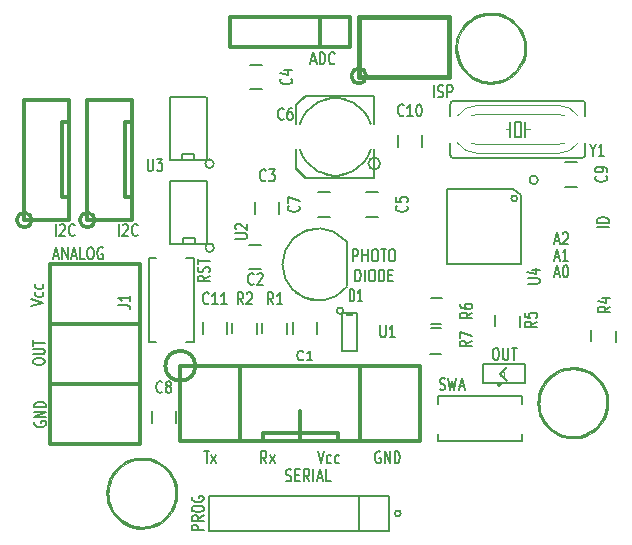
<source format=gbr>
%TF.GenerationSoftware,KiCad,Pcbnew,(5.1.12)-1*%
%TF.CreationDate,2022-01-04T15:18:07+00:00*%
%TF.ProjectId,SolarSensorATMEGA328_PCB,536f6c61-7253-4656-9e73-6f7241544d45,rev?*%
%TF.SameCoordinates,PX5734380PY7df6180*%
%TF.FileFunction,Legend,Top*%
%TF.FilePolarity,Positive*%
%FSLAX46Y46*%
G04 Gerber Fmt 4.6, Leading zero omitted, Abs format (unit mm)*
G04 Created by KiCad (PCBNEW (5.1.12)-1) date 2022-01-04 15:18:07*
%MOMM*%
%LPD*%
G01*
G04 APERTURE LIST*
%ADD10C,0.200000*%
%ADD11C,0.150000*%
%ADD12C,0.010000*%
%ADD13C,0.066040*%
%ADD14C,0.300000*%
%ADD15C,0.381000*%
%ADD16C,0.152400*%
%ADD17C,0.050800*%
%ADD18C,0.127000*%
%ADD19C,0.304800*%
%ADD20C,0.175000*%
G04 APERTURE END LIST*
D10*
X17354619Y8675620D02*
X17811761Y8675620D01*
X17583190Y7675620D02*
X17583190Y8675620D01*
X18002238Y7675620D02*
X18421285Y8342286D01*
X18002238Y8342286D02*
X18421285Y7675620D01*
D11*
X47053571Y26503334D02*
X47434523Y26503334D01*
X46977380Y26217620D02*
X47244047Y27217620D01*
X47510714Y26217620D01*
X47739285Y27122381D02*
X47777380Y27170000D01*
X47853571Y27217620D01*
X48044047Y27217620D01*
X48120238Y27170000D01*
X48158333Y27122381D01*
X48196428Y27027143D01*
X48196428Y26931905D01*
X48158333Y26789048D01*
X47701190Y26217620D01*
X48196428Y26217620D01*
X47053571Y25106334D02*
X47434523Y25106334D01*
X46977380Y24820620D02*
X47244047Y25820620D01*
X47510714Y24820620D01*
X48196428Y24820620D02*
X47739285Y24820620D01*
X47967857Y24820620D02*
X47967857Y25820620D01*
X47891666Y25677762D01*
X47815476Y25582524D01*
X47739285Y25534905D01*
X47053571Y23709334D02*
X47434523Y23709334D01*
X46977380Y23423620D02*
X47244047Y24423620D01*
X47510714Y23423620D01*
X47929761Y24423620D02*
X48005952Y24423620D01*
X48082142Y24376000D01*
X48120238Y24328381D01*
X48158333Y24233143D01*
X48196428Y24042667D01*
X48196428Y23804572D01*
X48158333Y23614096D01*
X48120238Y23518858D01*
X48082142Y23471239D01*
X48005952Y23423620D01*
X47929761Y23423620D01*
X47853571Y23471239D01*
X47815476Y23518858D01*
X47777380Y23614096D01*
X47739285Y23804572D01*
X47739285Y24042667D01*
X47777380Y24233143D01*
X47815476Y24328381D01*
X47853571Y24376000D01*
X47929761Y24423620D01*
D10*
X32283476Y8628000D02*
X32207285Y8675620D01*
X32093000Y8675620D01*
X31978714Y8628000D01*
X31902523Y8532762D01*
X31864428Y8437524D01*
X31826333Y8247048D01*
X31826333Y8104191D01*
X31864428Y7913715D01*
X31902523Y7818477D01*
X31978714Y7723239D01*
X32093000Y7675620D01*
X32169190Y7675620D01*
X32283476Y7723239D01*
X32321571Y7770858D01*
X32321571Y8104191D01*
X32169190Y8104191D01*
X32664428Y7675620D02*
X32664428Y8675620D01*
X33121571Y7675620D01*
X33121571Y8675620D01*
X33502523Y7675620D02*
X33502523Y8675620D01*
X33693000Y8675620D01*
X33807285Y8628000D01*
X33883476Y8532762D01*
X33921571Y8437524D01*
X33959666Y8247048D01*
X33959666Y8104191D01*
X33921571Y7913715D01*
X33883476Y7818477D01*
X33807285Y7723239D01*
X33693000Y7675620D01*
X33502523Y7675620D01*
X26987619Y8675620D02*
X27254285Y7675620D01*
X27520952Y8675620D01*
X28130476Y7723239D02*
X28054285Y7675620D01*
X27901904Y7675620D01*
X27825714Y7723239D01*
X27787619Y7770858D01*
X27749523Y7866096D01*
X27749523Y8151810D01*
X27787619Y8247048D01*
X27825714Y8294667D01*
X27901904Y8342286D01*
X28054285Y8342286D01*
X28130476Y8294667D01*
X28816190Y7723239D02*
X28740000Y7675620D01*
X28587619Y7675620D01*
X28511428Y7723239D01*
X28473333Y7770858D01*
X28435238Y7866096D01*
X28435238Y8151810D01*
X28473333Y8247048D01*
X28511428Y8294667D01*
X28587619Y8342286D01*
X28740000Y8342286D01*
X28816190Y8294667D01*
X22656809Y7675620D02*
X22390142Y8151810D01*
X22199666Y7675620D02*
X22199666Y8675620D01*
X22504428Y8675620D01*
X22580619Y8628000D01*
X22618714Y8580381D01*
X22656809Y8485143D01*
X22656809Y8342286D01*
X22618714Y8247048D01*
X22580619Y8199429D01*
X22504428Y8151810D01*
X22199666Y8151810D01*
X22923476Y7675620D02*
X23342523Y8342286D01*
X22923476Y8342286D02*
X23342523Y7675620D01*
X29978571Y24781620D02*
X29978571Y25781620D01*
X30283333Y25781620D01*
X30359523Y25734000D01*
X30397619Y25686381D01*
X30435714Y25591143D01*
X30435714Y25448286D01*
X30397619Y25353048D01*
X30359523Y25305429D01*
X30283333Y25257810D01*
X29978571Y25257810D01*
X30778571Y24781620D02*
X30778571Y25781620D01*
X30778571Y25305429D02*
X31235714Y25305429D01*
X31235714Y24781620D02*
X31235714Y25781620D01*
X31769047Y25781620D02*
X31921428Y25781620D01*
X31997619Y25734000D01*
X32073809Y25638762D01*
X32111904Y25448286D01*
X32111904Y25114953D01*
X32073809Y24924477D01*
X31997619Y24829239D01*
X31921428Y24781620D01*
X31769047Y24781620D01*
X31692857Y24829239D01*
X31616666Y24924477D01*
X31578571Y25114953D01*
X31578571Y25448286D01*
X31616666Y25638762D01*
X31692857Y25734000D01*
X31769047Y25781620D01*
X32340476Y25781620D02*
X32797619Y25781620D01*
X32569047Y24781620D02*
X32569047Y25781620D01*
X33216666Y25781620D02*
X33369047Y25781620D01*
X33445238Y25734000D01*
X33521428Y25638762D01*
X33559523Y25448286D01*
X33559523Y25114953D01*
X33521428Y24924477D01*
X33445238Y24829239D01*
X33369047Y24781620D01*
X33216666Y24781620D01*
X33140476Y24829239D01*
X33064285Y24924477D01*
X33026190Y25114953D01*
X33026190Y25448286D01*
X33064285Y25638762D01*
X33140476Y25734000D01*
X33216666Y25781620D01*
X30169047Y23081620D02*
X30169047Y24081620D01*
X30359523Y24081620D01*
X30473809Y24034000D01*
X30550000Y23938762D01*
X30588095Y23843524D01*
X30626190Y23653048D01*
X30626190Y23510191D01*
X30588095Y23319715D01*
X30550000Y23224477D01*
X30473809Y23129239D01*
X30359523Y23081620D01*
X30169047Y23081620D01*
X30969047Y23081620D02*
X30969047Y24081620D01*
X31502380Y24081620D02*
X31654761Y24081620D01*
X31730952Y24034000D01*
X31807142Y23938762D01*
X31845238Y23748286D01*
X31845238Y23414953D01*
X31807142Y23224477D01*
X31730952Y23129239D01*
X31654761Y23081620D01*
X31502380Y23081620D01*
X31426190Y23129239D01*
X31350000Y23224477D01*
X31311904Y23414953D01*
X31311904Y23748286D01*
X31350000Y23938762D01*
X31426190Y24034000D01*
X31502380Y24081620D01*
X32188095Y23081620D02*
X32188095Y24081620D01*
X32378571Y24081620D01*
X32492857Y24034000D01*
X32569047Y23938762D01*
X32607142Y23843524D01*
X32645238Y23653048D01*
X32645238Y23510191D01*
X32607142Y23319715D01*
X32569047Y23224477D01*
X32492857Y23129239D01*
X32378571Y23081620D01*
X32188095Y23081620D01*
X32988095Y23605429D02*
X33254761Y23605429D01*
X33369047Y23081620D02*
X32988095Y23081620D01*
X32988095Y24081620D01*
X33369047Y24081620D01*
D12*
%TO.C,P6*%
G36*
X12304742Y8137668D02*
G01*
X12469510Y8129009D01*
X12611356Y8114848D01*
X12697348Y8100363D01*
X13042751Y8008403D01*
X13360269Y7886575D01*
X13654116Y7732611D01*
X13928510Y7544239D01*
X14187666Y7319190D01*
X14235431Y7272197D01*
X14477323Y7001649D01*
X14680778Y6713420D01*
X14846023Y6407072D01*
X14973284Y6082168D01*
X15062787Y5738270D01*
X15081848Y5634109D01*
X15102137Y5462512D01*
X15111673Y5266460D01*
X15110878Y5058531D01*
X15100172Y4851304D01*
X15079977Y4657355D01*
X15050712Y4489264D01*
X15042364Y4454079D01*
X14933926Y4106979D01*
X14790488Y3781208D01*
X14614097Y3478756D01*
X14406802Y3201616D01*
X14170651Y2951781D01*
X13907694Y2731242D01*
X13619978Y2541992D01*
X13309551Y2386022D01*
X12978463Y2265326D01*
X12725378Y2200737D01*
X12626123Y2184329D01*
X12498584Y2169901D01*
X12353746Y2158037D01*
X12202595Y2149320D01*
X12056115Y2144334D01*
X11925291Y2143663D01*
X11821108Y2147890D01*
X11789833Y2151022D01*
X11427767Y2216668D01*
X11086191Y2319319D01*
X10764587Y2459227D01*
X10462438Y2636644D01*
X10179229Y2851821D01*
X9990426Y3026593D01*
X9753158Y3289644D01*
X9554527Y3566787D01*
X9392479Y3861814D01*
X9264962Y4178518D01*
X9169923Y4520690D01*
X9161919Y4557429D01*
X9136879Y4713384D01*
X9120492Y4896732D01*
X9112881Y5094462D01*
X9113199Y5143500D01*
X9285158Y5143500D01*
X9304831Y4793581D01*
X9364051Y4458746D01*
X9462708Y4139274D01*
X9600692Y3835440D01*
X9777892Y3547520D01*
X9994197Y3275791D01*
X10063013Y3201327D01*
X10321238Y2959780D01*
X10599270Y2755641D01*
X10896900Y2589017D01*
X11213916Y2460017D01*
X11550106Y2368748D01*
X11772978Y2330490D01*
X11911998Y2318883D01*
X12078274Y2316306D01*
X12257842Y2322146D01*
X12436741Y2335789D01*
X12601004Y2356621D01*
X12676627Y2370218D01*
X13009641Y2459002D01*
X13324177Y2584740D01*
X13618006Y2745294D01*
X13888898Y2938527D01*
X14134622Y3162299D01*
X14352949Y3414475D01*
X14541648Y3692916D01*
X14698489Y3995484D01*
X14821243Y4320041D01*
X14863080Y4466167D01*
X14908324Y4691081D01*
X14935423Y4938616D01*
X14943666Y5192818D01*
X14932341Y5437729D01*
X14913242Y5589947D01*
X14837144Y5925043D01*
X14722601Y6245470D01*
X14571853Y6548258D01*
X14387141Y6830435D01*
X14170705Y7089031D01*
X13924784Y7321075D01*
X13651618Y7523597D01*
X13353449Y7693626D01*
X13311720Y7713778D01*
X13008832Y7836603D01*
X12700384Y7920195D01*
X12380816Y7965674D01*
X12044569Y7974160D01*
X12022666Y7973480D01*
X11740637Y7953225D01*
X11483251Y7910689D01*
X11237306Y7842557D01*
X10989599Y7745517D01*
X10847916Y7678667D01*
X10575184Y7522392D01*
X10317903Y7334132D01*
X10083322Y7120187D01*
X9878689Y6886856D01*
X9780273Y6750664D01*
X9604377Y6458348D01*
X9468761Y6165523D01*
X9371685Y5866538D01*
X9311407Y5555745D01*
X9286189Y5227494D01*
X9285158Y5143500D01*
X9113199Y5143500D01*
X9114174Y5293567D01*
X9124494Y5481035D01*
X9143967Y5643858D01*
X9151075Y5683250D01*
X9232395Y6014223D01*
X9341315Y6318376D01*
X9480911Y6603394D01*
X9592798Y6786967D01*
X9809161Y7078268D01*
X10053014Y7337667D01*
X10322964Y7564217D01*
X10617621Y7756966D01*
X10935593Y7914965D01*
X11275489Y8037266D01*
X11515523Y8098923D01*
X11632708Y8117567D01*
X11781035Y8130777D01*
X11949692Y8138540D01*
X12127865Y8140841D01*
X12304742Y8137668D01*
G37*
X12304742Y8137668D02*
X12469510Y8129009D01*
X12611356Y8114848D01*
X12697348Y8100363D01*
X13042751Y8008403D01*
X13360269Y7886575D01*
X13654116Y7732611D01*
X13928510Y7544239D01*
X14187666Y7319190D01*
X14235431Y7272197D01*
X14477323Y7001649D01*
X14680778Y6713420D01*
X14846023Y6407072D01*
X14973284Y6082168D01*
X15062787Y5738270D01*
X15081848Y5634109D01*
X15102137Y5462512D01*
X15111673Y5266460D01*
X15110878Y5058531D01*
X15100172Y4851304D01*
X15079977Y4657355D01*
X15050712Y4489264D01*
X15042364Y4454079D01*
X14933926Y4106979D01*
X14790488Y3781208D01*
X14614097Y3478756D01*
X14406802Y3201616D01*
X14170651Y2951781D01*
X13907694Y2731242D01*
X13619978Y2541992D01*
X13309551Y2386022D01*
X12978463Y2265326D01*
X12725378Y2200737D01*
X12626123Y2184329D01*
X12498584Y2169901D01*
X12353746Y2158037D01*
X12202595Y2149320D01*
X12056115Y2144334D01*
X11925291Y2143663D01*
X11821108Y2147890D01*
X11789833Y2151022D01*
X11427767Y2216668D01*
X11086191Y2319319D01*
X10764587Y2459227D01*
X10462438Y2636644D01*
X10179229Y2851821D01*
X9990426Y3026593D01*
X9753158Y3289644D01*
X9554527Y3566787D01*
X9392479Y3861814D01*
X9264962Y4178518D01*
X9169923Y4520690D01*
X9161919Y4557429D01*
X9136879Y4713384D01*
X9120492Y4896732D01*
X9112881Y5094462D01*
X9113199Y5143500D01*
X9285158Y5143500D01*
X9304831Y4793581D01*
X9364051Y4458746D01*
X9462708Y4139274D01*
X9600692Y3835440D01*
X9777892Y3547520D01*
X9994197Y3275791D01*
X10063013Y3201327D01*
X10321238Y2959780D01*
X10599270Y2755641D01*
X10896900Y2589017D01*
X11213916Y2460017D01*
X11550106Y2368748D01*
X11772978Y2330490D01*
X11911998Y2318883D01*
X12078274Y2316306D01*
X12257842Y2322146D01*
X12436741Y2335789D01*
X12601004Y2356621D01*
X12676627Y2370218D01*
X13009641Y2459002D01*
X13324177Y2584740D01*
X13618006Y2745294D01*
X13888898Y2938527D01*
X14134622Y3162299D01*
X14352949Y3414475D01*
X14541648Y3692916D01*
X14698489Y3995484D01*
X14821243Y4320041D01*
X14863080Y4466167D01*
X14908324Y4691081D01*
X14935423Y4938616D01*
X14943666Y5192818D01*
X14932341Y5437729D01*
X14913242Y5589947D01*
X14837144Y5925043D01*
X14722601Y6245470D01*
X14571853Y6548258D01*
X14387141Y6830435D01*
X14170705Y7089031D01*
X13924784Y7321075D01*
X13651618Y7523597D01*
X13353449Y7693626D01*
X13311720Y7713778D01*
X13008832Y7836603D01*
X12700384Y7920195D01*
X12380816Y7965674D01*
X12044569Y7974160D01*
X12022666Y7973480D01*
X11740637Y7953225D01*
X11483251Y7910689D01*
X11237306Y7842557D01*
X10989599Y7745517D01*
X10847916Y7678667D01*
X10575184Y7522392D01*
X10317903Y7334132D01*
X10083322Y7120187D01*
X9878689Y6886856D01*
X9780273Y6750664D01*
X9604377Y6458348D01*
X9468761Y6165523D01*
X9371685Y5866538D01*
X9311407Y5555745D01*
X9286189Y5227494D01*
X9285158Y5143500D01*
X9113199Y5143500D01*
X9114174Y5293567D01*
X9124494Y5481035D01*
X9143967Y5643858D01*
X9151075Y5683250D01*
X9232395Y6014223D01*
X9341315Y6318376D01*
X9480911Y6603394D01*
X9592798Y6786967D01*
X9809161Y7078268D01*
X10053014Y7337667D01*
X10322964Y7564217D01*
X10617621Y7756966D01*
X10935593Y7914965D01*
X11275489Y8037266D01*
X11515523Y8098923D01*
X11632708Y8117567D01*
X11781035Y8130777D01*
X11949692Y8138540D01*
X12127865Y8140841D01*
X12304742Y8137668D01*
G36*
X48882462Y15789760D02*
G01*
X49214324Y15739618D01*
X49543937Y15650985D01*
X49868441Y15522738D01*
X49997489Y15459411D01*
X50298621Y15279501D01*
X50574254Y15066971D01*
X50822417Y14824397D01*
X51041137Y14554352D01*
X51228441Y14259413D01*
X51382357Y13942154D01*
X51500912Y13605149D01*
X51543818Y13440834D01*
X51567597Y13307259D01*
X51585257Y13143930D01*
X51596448Y12963031D01*
X51600819Y12776744D01*
X51598022Y12597253D01*
X51587705Y12436744D01*
X51575448Y12339915D01*
X51498825Y11987709D01*
X51387956Y11659491D01*
X51241455Y11352559D01*
X51057934Y11064210D01*
X50836005Y10791740D01*
X50717012Y10667375D01*
X50448280Y10426974D01*
X50163703Y10225621D01*
X49861786Y10062537D01*
X49541037Y9936942D01*
X49199961Y9848058D01*
X49115555Y9832214D01*
X48956773Y9810763D01*
X48776446Y9796552D01*
X48590693Y9790170D01*
X48415632Y9792209D01*
X48281166Y9801661D01*
X48099918Y9829275D01*
X47900000Y9872561D01*
X47699932Y9926967D01*
X47518233Y9987940D01*
X47508583Y9991607D01*
X47199847Y10132113D01*
X46908790Y10309042D01*
X46638680Y10519009D01*
X46392785Y10758631D01*
X46174376Y11024523D01*
X45986722Y11313302D01*
X45833090Y11621585D01*
X45764914Y11796429D01*
X45704742Y11981008D01*
X45660737Y12152453D01*
X45630879Y12323362D01*
X45613150Y12506329D01*
X45605533Y12713951D01*
X45604966Y12784667D01*
X45776115Y12784667D01*
X45794348Y12445169D01*
X45848277Y12125623D01*
X45939434Y11820981D01*
X46069351Y11526198D01*
X46239560Y11236225D01*
X46251618Y11218075D01*
X46456764Y10949001D01*
X46693255Y10706526D01*
X46957445Y10493419D01*
X47245686Y10312452D01*
X47554334Y10166395D01*
X47711861Y10108430D01*
X47862212Y10060593D01*
X47994709Y10025117D01*
X48120261Y10000510D01*
X48249778Y9985278D01*
X48394169Y9977929D01*
X48564343Y9976971D01*
X48662166Y9978416D01*
X48812215Y9982076D01*
X48929920Y9987175D01*
X49025271Y9994741D01*
X49108255Y10005803D01*
X49188860Y10021389D01*
X49271694Y10041162D01*
X49605652Y10146674D01*
X49918189Y10287643D01*
X50207367Y10461941D01*
X50471244Y10667439D01*
X50707879Y10902008D01*
X50915331Y11163519D01*
X51091661Y11449846D01*
X51234927Y11758857D01*
X51343190Y12088426D01*
X51406096Y12382249D01*
X51421890Y12521538D01*
X51429584Y12687361D01*
X51429485Y12866230D01*
X51421905Y13044661D01*
X51407151Y13209167D01*
X51385533Y13346264D01*
X51383796Y13354371D01*
X51289349Y13691948D01*
X51159261Y14009903D01*
X50995799Y14306044D01*
X50801227Y14578174D01*
X50577814Y14824101D01*
X50327824Y15041631D01*
X50053524Y15228570D01*
X49757180Y15382724D01*
X49441059Y15501898D01*
X49107426Y15583900D01*
X49074916Y15589674D01*
X48944503Y15606209D01*
X48787996Y15616961D01*
X48619195Y15621765D01*
X48451902Y15620460D01*
X48299916Y15612881D01*
X48185368Y15600210D01*
X47900294Y15538845D01*
X47613275Y15445683D01*
X47335462Y15325397D01*
X47078004Y15182656D01*
X46905333Y15063945D01*
X46649231Y14844679D01*
X46419928Y14597021D01*
X46220927Y14325881D01*
X46055729Y14036172D01*
X45927835Y13732803D01*
X45902885Y13657889D01*
X45848169Y13466666D01*
X45810450Y13287760D01*
X45787531Y13106042D01*
X45777215Y12906379D01*
X45776115Y12784667D01*
X45604966Y12784667D01*
X45604881Y12795250D01*
X45608508Y13012014D01*
X45621799Y13200171D01*
X45646856Y13372766D01*
X45685777Y13542844D01*
X45740663Y13723450D01*
X45766349Y13798138D01*
X45901991Y14122251D01*
X46069723Y14421356D01*
X46266684Y14694329D01*
X46490012Y14940046D01*
X46736845Y15157384D01*
X47004322Y15345220D01*
X47289581Y15502429D01*
X47589762Y15627889D01*
X47902002Y15720475D01*
X48223439Y15779065D01*
X48551213Y15802534D01*
X48882462Y15789760D01*
G37*
X48882462Y15789760D02*
X49214324Y15739618D01*
X49543937Y15650985D01*
X49868441Y15522738D01*
X49997489Y15459411D01*
X50298621Y15279501D01*
X50574254Y15066971D01*
X50822417Y14824397D01*
X51041137Y14554352D01*
X51228441Y14259413D01*
X51382357Y13942154D01*
X51500912Y13605149D01*
X51543818Y13440834D01*
X51567597Y13307259D01*
X51585257Y13143930D01*
X51596448Y12963031D01*
X51600819Y12776744D01*
X51598022Y12597253D01*
X51587705Y12436744D01*
X51575448Y12339915D01*
X51498825Y11987709D01*
X51387956Y11659491D01*
X51241455Y11352559D01*
X51057934Y11064210D01*
X50836005Y10791740D01*
X50717012Y10667375D01*
X50448280Y10426974D01*
X50163703Y10225621D01*
X49861786Y10062537D01*
X49541037Y9936942D01*
X49199961Y9848058D01*
X49115555Y9832214D01*
X48956773Y9810763D01*
X48776446Y9796552D01*
X48590693Y9790170D01*
X48415632Y9792209D01*
X48281166Y9801661D01*
X48099918Y9829275D01*
X47900000Y9872561D01*
X47699932Y9926967D01*
X47518233Y9987940D01*
X47508583Y9991607D01*
X47199847Y10132113D01*
X46908790Y10309042D01*
X46638680Y10519009D01*
X46392785Y10758631D01*
X46174376Y11024523D01*
X45986722Y11313302D01*
X45833090Y11621585D01*
X45764914Y11796429D01*
X45704742Y11981008D01*
X45660737Y12152453D01*
X45630879Y12323362D01*
X45613150Y12506329D01*
X45605533Y12713951D01*
X45604966Y12784667D01*
X45776115Y12784667D01*
X45794348Y12445169D01*
X45848277Y12125623D01*
X45939434Y11820981D01*
X46069351Y11526198D01*
X46239560Y11236225D01*
X46251618Y11218075D01*
X46456764Y10949001D01*
X46693255Y10706526D01*
X46957445Y10493419D01*
X47245686Y10312452D01*
X47554334Y10166395D01*
X47711861Y10108430D01*
X47862212Y10060593D01*
X47994709Y10025117D01*
X48120261Y10000510D01*
X48249778Y9985278D01*
X48394169Y9977929D01*
X48564343Y9976971D01*
X48662166Y9978416D01*
X48812215Y9982076D01*
X48929920Y9987175D01*
X49025271Y9994741D01*
X49108255Y10005803D01*
X49188860Y10021389D01*
X49271694Y10041162D01*
X49605652Y10146674D01*
X49918189Y10287643D01*
X50207367Y10461941D01*
X50471244Y10667439D01*
X50707879Y10902008D01*
X50915331Y11163519D01*
X51091661Y11449846D01*
X51234927Y11758857D01*
X51343190Y12088426D01*
X51406096Y12382249D01*
X51421890Y12521538D01*
X51429584Y12687361D01*
X51429485Y12866230D01*
X51421905Y13044661D01*
X51407151Y13209167D01*
X51385533Y13346264D01*
X51383796Y13354371D01*
X51289349Y13691948D01*
X51159261Y14009903D01*
X50995799Y14306044D01*
X50801227Y14578174D01*
X50577814Y14824101D01*
X50327824Y15041631D01*
X50053524Y15228570D01*
X49757180Y15382724D01*
X49441059Y15501898D01*
X49107426Y15583900D01*
X49074916Y15589674D01*
X48944503Y15606209D01*
X48787996Y15616961D01*
X48619195Y15621765D01*
X48451902Y15620460D01*
X48299916Y15612881D01*
X48185368Y15600210D01*
X47900294Y15538845D01*
X47613275Y15445683D01*
X47335462Y15325397D01*
X47078004Y15182656D01*
X46905333Y15063945D01*
X46649231Y14844679D01*
X46419928Y14597021D01*
X46220927Y14325881D01*
X46055729Y14036172D01*
X45927835Y13732803D01*
X45902885Y13657889D01*
X45848169Y13466666D01*
X45810450Y13287760D01*
X45787531Y13106042D01*
X45777215Y12906379D01*
X45776115Y12784667D01*
X45604966Y12784667D01*
X45604881Y12795250D01*
X45608508Y13012014D01*
X45621799Y13200171D01*
X45646856Y13372766D01*
X45685777Y13542844D01*
X45740663Y13723450D01*
X45766349Y13798138D01*
X45901991Y14122251D01*
X46069723Y14421356D01*
X46266684Y14694329D01*
X46490012Y14940046D01*
X46736845Y15157384D01*
X47004322Y15345220D01*
X47289581Y15502429D01*
X47589762Y15627889D01*
X47902002Y15720475D01*
X48223439Y15779065D01*
X48551213Y15802534D01*
X48882462Y15789760D01*
G36*
X41817567Y45815286D02*
G01*
X41983052Y45807512D01*
X42128632Y45794609D01*
X42243985Y45776585D01*
X42248098Y45775698D01*
X42596995Y45679809D01*
X42921964Y45549534D01*
X43225568Y45383507D01*
X43510370Y45180361D01*
X43732239Y44984582D01*
X43974205Y44724657D01*
X44178618Y44446670D01*
X44347656Y44147177D01*
X44483495Y43822739D01*
X44503389Y43765016D01*
X44565003Y43560290D01*
X44608000Y43364894D01*
X44634577Y43164529D01*
X44646928Y42944892D01*
X44648458Y42820167D01*
X44643850Y42606344D01*
X44628245Y42417660D01*
X44599221Y42237799D01*
X44554359Y42050443D01*
X44513437Y41910000D01*
X44397377Y41602492D01*
X44243050Y41305542D01*
X44054125Y41023900D01*
X43834268Y40762319D01*
X43587146Y40525547D01*
X43316428Y40318338D01*
X43252166Y40275973D01*
X43045192Y40158700D01*
X42810034Y40051651D01*
X42560580Y39960363D01*
X42310718Y39890375D01*
X42252878Y39877498D01*
X42128766Y39857013D01*
X41977513Y39840780D01*
X41811341Y39829316D01*
X41642470Y39823140D01*
X41483121Y39822770D01*
X41345514Y39828725D01*
X41275000Y39836024D01*
X40920392Y39905672D01*
X40582570Y40012421D01*
X40263856Y40154340D01*
X39966574Y40329497D01*
X39693046Y40535959D01*
X39445595Y40771796D01*
X39226544Y41035076D01*
X39038214Y41323865D01*
X38882930Y41636234D01*
X38781444Y41910000D01*
X38693492Y42255125D01*
X38646818Y42602090D01*
X38641577Y42895777D01*
X38822028Y42895777D01*
X38822717Y42680404D01*
X38835995Y42478925D01*
X38849321Y42375993D01*
X38923284Y42041524D01*
X39036453Y41722559D01*
X39188150Y41420418D01*
X39377696Y41136420D01*
X39604411Y40871883D01*
X39645059Y40830482D01*
X39823596Y40662564D01*
X39996638Y40523508D01*
X40176934Y40403976D01*
X40375416Y40295539D01*
X40660696Y40169054D01*
X40945749Y40077578D01*
X41245463Y40016578D01*
X41330219Y40004822D01*
X41454168Y39995332D01*
X41605586Y39993145D01*
X41770344Y39997704D01*
X41934315Y40008453D01*
X42083370Y40024833D01*
X42162435Y40037638D01*
X42500321Y40121974D01*
X42816621Y40242641D01*
X43112387Y40400201D01*
X43388675Y40595215D01*
X43645863Y40827561D01*
X43882375Y41093577D01*
X44078636Y41372380D01*
X44235032Y41664905D01*
X44351952Y41972083D01*
X44429784Y42294847D01*
X44468915Y42634132D01*
X44474097Y42820167D01*
X44462573Y43112628D01*
X44426634Y43380834D01*
X44363564Y43636881D01*
X44270648Y43892862D01*
X44196104Y44058417D01*
X44031583Y44354050D01*
X43836915Y44622440D01*
X43615259Y44862474D01*
X43369774Y45073038D01*
X43103621Y45253020D01*
X42819957Y45401305D01*
X42521944Y45516780D01*
X42212740Y45598333D01*
X41895505Y45644849D01*
X41573399Y45655216D01*
X41249580Y45628321D01*
X40927209Y45563049D01*
X40609445Y45458288D01*
X40436945Y45383035D01*
X40233202Y45277440D01*
X40051880Y45163434D01*
X39880443Y45032044D01*
X39706355Y44874299D01*
X39653704Y44822463D01*
X39427354Y44573159D01*
X39239821Y44315058D01*
X39087680Y44042173D01*
X38967509Y43748520D01*
X38890424Y43488029D01*
X38856388Y43313311D01*
X38833421Y43111319D01*
X38822028Y42895777D01*
X38641577Y42895777D01*
X38640646Y42947907D01*
X38674196Y43289587D01*
X38746691Y43624143D01*
X38857352Y43948588D01*
X39005401Y44259933D01*
X39190060Y44555190D01*
X39410551Y44831372D01*
X39590417Y45016130D01*
X39858080Y45241243D01*
X40149361Y45431955D01*
X40465146Y45588726D01*
X40806322Y45712018D01*
X41052750Y45776849D01*
X41162965Y45794877D01*
X41304874Y45807724D01*
X41468158Y45815401D01*
X41642495Y45817919D01*
X41817567Y45815286D01*
G37*
X41817567Y45815286D02*
X41983052Y45807512D01*
X42128632Y45794609D01*
X42243985Y45776585D01*
X42248098Y45775698D01*
X42596995Y45679809D01*
X42921964Y45549534D01*
X43225568Y45383507D01*
X43510370Y45180361D01*
X43732239Y44984582D01*
X43974205Y44724657D01*
X44178618Y44446670D01*
X44347656Y44147177D01*
X44483495Y43822739D01*
X44503389Y43765016D01*
X44565003Y43560290D01*
X44608000Y43364894D01*
X44634577Y43164529D01*
X44646928Y42944892D01*
X44648458Y42820167D01*
X44643850Y42606344D01*
X44628245Y42417660D01*
X44599221Y42237799D01*
X44554359Y42050443D01*
X44513437Y41910000D01*
X44397377Y41602492D01*
X44243050Y41305542D01*
X44054125Y41023900D01*
X43834268Y40762319D01*
X43587146Y40525547D01*
X43316428Y40318338D01*
X43252166Y40275973D01*
X43045192Y40158700D01*
X42810034Y40051651D01*
X42560580Y39960363D01*
X42310718Y39890375D01*
X42252878Y39877498D01*
X42128766Y39857013D01*
X41977513Y39840780D01*
X41811341Y39829316D01*
X41642470Y39823140D01*
X41483121Y39822770D01*
X41345514Y39828725D01*
X41275000Y39836024D01*
X40920392Y39905672D01*
X40582570Y40012421D01*
X40263856Y40154340D01*
X39966574Y40329497D01*
X39693046Y40535959D01*
X39445595Y40771796D01*
X39226544Y41035076D01*
X39038214Y41323865D01*
X38882930Y41636234D01*
X38781444Y41910000D01*
X38693492Y42255125D01*
X38646818Y42602090D01*
X38641577Y42895777D01*
X38822028Y42895777D01*
X38822717Y42680404D01*
X38835995Y42478925D01*
X38849321Y42375993D01*
X38923284Y42041524D01*
X39036453Y41722559D01*
X39188150Y41420418D01*
X39377696Y41136420D01*
X39604411Y40871883D01*
X39645059Y40830482D01*
X39823596Y40662564D01*
X39996638Y40523508D01*
X40176934Y40403976D01*
X40375416Y40295539D01*
X40660696Y40169054D01*
X40945749Y40077578D01*
X41245463Y40016578D01*
X41330219Y40004822D01*
X41454168Y39995332D01*
X41605586Y39993145D01*
X41770344Y39997704D01*
X41934315Y40008453D01*
X42083370Y40024833D01*
X42162435Y40037638D01*
X42500321Y40121974D01*
X42816621Y40242641D01*
X43112387Y40400201D01*
X43388675Y40595215D01*
X43645863Y40827561D01*
X43882375Y41093577D01*
X44078636Y41372380D01*
X44235032Y41664905D01*
X44351952Y41972083D01*
X44429784Y42294847D01*
X44468915Y42634132D01*
X44474097Y42820167D01*
X44462573Y43112628D01*
X44426634Y43380834D01*
X44363564Y43636881D01*
X44270648Y43892862D01*
X44196104Y44058417D01*
X44031583Y44354050D01*
X43836915Y44622440D01*
X43615259Y44862474D01*
X43369774Y45073038D01*
X43103621Y45253020D01*
X42819957Y45401305D01*
X42521944Y45516780D01*
X42212740Y45598333D01*
X41895505Y45644849D01*
X41573399Y45655216D01*
X41249580Y45628321D01*
X40927209Y45563049D01*
X40609445Y45458288D01*
X40436945Y45383035D01*
X40233202Y45277440D01*
X40051880Y45163434D01*
X39880443Y45032044D01*
X39706355Y44874299D01*
X39653704Y44822463D01*
X39427354Y44573159D01*
X39239821Y44315058D01*
X39087680Y44042173D01*
X38967509Y43748520D01*
X38890424Y43488029D01*
X38856388Y43313311D01*
X38833421Y43111319D01*
X38822028Y42895777D01*
X38641577Y42895777D01*
X38640646Y42947907D01*
X38674196Y43289587D01*
X38746691Y43624143D01*
X38857352Y43948588D01*
X39005401Y44259933D01*
X39190060Y44555190D01*
X39410551Y44831372D01*
X39590417Y45016130D01*
X39858080Y45241243D01*
X40149361Y45431955D01*
X40465146Y45588726D01*
X40806322Y45712018D01*
X41052750Y45776849D01*
X41162965Y45794877D01*
X41304874Y45807724D01*
X41468158Y45815401D01*
X41642495Y45817919D01*
X41817567Y45815286D01*
D10*
%TO.C,SW2*%
X15875000Y17907000D02*
X16510000Y17907000D01*
X16510000Y17907000D02*
X16510000Y25019000D01*
X16510000Y25019000D02*
X15875000Y25019000D01*
X13335000Y17907000D02*
X12700000Y17907000D01*
X12700000Y17907000D02*
X12700000Y25019000D01*
X12700000Y25019000D02*
X13335000Y25019000D01*
%TO.C,SW1*%
X44323000Y12725400D02*
X44323000Y13360400D01*
X44323000Y13360400D02*
X37211000Y13360400D01*
X37211000Y13360400D02*
X37211000Y12725400D01*
X44323000Y10185400D02*
X44323000Y9550400D01*
X44323000Y9550400D02*
X37211000Y9550400D01*
X37211000Y9550400D02*
X37211000Y10185400D01*
%TO.C,D2*%
X40965980Y14440000D02*
X40965980Y16040000D01*
X40965980Y16040000D02*
X44465980Y16040000D01*
X44465980Y16040000D02*
X44565980Y16040000D01*
X44565980Y16040000D02*
X44565980Y14440000D01*
X44565980Y14440000D02*
X40965980Y14440000D01*
D11*
X42507401Y14340000D02*
G75*
G03*
X42507401Y14340000I-141421J0D01*
G01*
X42465980Y15240000D02*
X43065980Y14640000D01*
X43065980Y14640000D02*
X42465980Y15240000D01*
X42465980Y15240000D02*
X43065980Y15840000D01*
D13*
X42765980Y15090140D02*
X42765980Y15389860D01*
X42765980Y15389860D02*
X42466260Y15389860D01*
X42466260Y15090140D02*
X42466260Y15389860D01*
X42765980Y15090140D02*
X42466260Y15090140D01*
D10*
%TO.C,R7*%
X36576000Y19100800D02*
X37465000Y19100800D01*
X36525200Y16967200D02*
X37414200Y16967200D01*
%TO.C,R1*%
X24434800Y19512200D02*
X24434800Y18623200D01*
X22301200Y19563000D02*
X22301200Y18674000D01*
%TO.C,R4*%
X52247800Y18872200D02*
X52247800Y17983200D01*
X50114200Y18923000D02*
X50114200Y18034000D01*
%TO.C,R5*%
X44119800Y20142200D02*
X44119800Y19253200D01*
X41986200Y20193000D02*
X41986200Y19304000D01*
%TO.C,R6*%
X36626800Y21640800D02*
X37515800Y21640800D01*
X36576000Y19507200D02*
X37465000Y19507200D01*
%TO.C,R2*%
X21894800Y19512200D02*
X21894800Y18623200D01*
X19761200Y19563000D02*
X19761200Y18674000D01*
D11*
%TO.C,C7*%
X28008200Y30618800D02*
X27008200Y30618800D01*
X27008200Y28563200D02*
X28008200Y28563200D01*
%TO.C,C8*%
X14997800Y11112800D02*
X14997800Y12112800D01*
X12942200Y12112800D02*
X12942200Y11112800D01*
%TO.C,C9*%
X47942800Y31103200D02*
X48942800Y31103200D01*
X48942800Y33158800D02*
X47942800Y33158800D01*
%TO.C,C10*%
X35825800Y34480800D02*
X35825800Y35480800D01*
X33770200Y35480800D02*
X33770200Y34480800D01*
%TO.C,C1*%
X24880200Y19626200D02*
X24880200Y18626200D01*
X26935800Y18626200D02*
X26935800Y19626200D01*
%TO.C,C2*%
X21217000Y24118200D02*
X22217000Y24118200D01*
X22217000Y26173800D02*
X21217000Y26173800D01*
%TO.C,C3*%
X21705200Y29786200D02*
X21705200Y28786200D01*
X23760800Y28786200D02*
X23760800Y29786200D01*
%TO.C,C4*%
X22293200Y41413800D02*
X21293200Y41413800D01*
X21293200Y39358200D02*
X22293200Y39358200D01*
%TO.C,C5*%
X31123000Y28563200D02*
X32123000Y28563200D01*
X32123000Y30618800D02*
X31123000Y30618800D01*
%TO.C,C11*%
X19315800Y18600800D02*
X19315800Y19600800D01*
X17260200Y19600800D02*
X17260200Y18600800D01*
D10*
%TO.C,U4*%
X37973000Y24511000D02*
X44196000Y24511000D01*
X44196000Y24511000D02*
X44196000Y30353000D01*
X44196000Y30353000D02*
X43561000Y30861000D01*
X43561000Y30861000D02*
X37973000Y30861000D01*
X37973000Y30861000D02*
X37973000Y24511000D01*
X45637155Y31662200D02*
G75*
G03*
X45637155Y31662200I-360555J0D01*
G01*
X43888647Y30099000D02*
G75*
G03*
X43888647Y30099000I-251447J0D01*
G01*
%TO.C,P9*%
X17780000Y4902200D02*
X33020000Y4902200D01*
X33020000Y1981200D02*
X17780000Y1981200D01*
X34036000Y3429000D02*
G75*
G03*
X34036000Y3429000I-254000J0D01*
G01*
X33020000Y1955800D02*
X33020000Y4876800D01*
X30480000Y1955800D02*
X30480000Y4826000D01*
X17780000Y1955800D02*
X17780000Y4876800D01*
D14*
%TO.C,P2*%
X22352000Y9573000D02*
X22352000Y10208000D01*
X22352000Y10208000D02*
X28702000Y10208000D01*
X28702000Y10208000D02*
X28702000Y9573000D01*
X16637000Y15923000D02*
G75*
G03*
X16637000Y15923000I-1270000J0D01*
G01*
X30607000Y15923000D02*
X30607000Y9573000D01*
X25527000Y12113000D02*
X25527000Y9573000D01*
X20447000Y15923000D02*
X20447000Y9573000D01*
X15367000Y15923000D02*
X35687000Y15923000D01*
X35687000Y15923000D02*
X35687000Y9573000D01*
X35687000Y9573000D02*
X15367000Y9573000D01*
X15367000Y9573000D02*
X15367000Y15923000D01*
D15*
%TO.C,P4*%
X30480000Y40386000D02*
X30480000Y45466000D01*
X38100000Y40386000D02*
X30480000Y40386000D01*
X38100000Y45466000D02*
X38100000Y40386000D01*
X30480000Y45466000D02*
X38100000Y45466000D01*
D14*
X31115000Y40466000D02*
G75*
G03*
X31115000Y40466000I-635000J0D01*
G01*
D10*
%TO.C,U1*%
X29488000Y20396000D02*
X29488000Y20196000D01*
X29488000Y20196000D02*
X29888000Y20196000D01*
X29888000Y20196000D02*
X29888000Y20396000D01*
X29170843Y20596000D02*
G75*
G03*
X29170843Y20596000I-282843J0D01*
G01*
X30288000Y20396000D02*
X30288000Y17196000D01*
X30288000Y17196000D02*
X29088000Y17196000D01*
X29088000Y17196000D02*
X29088000Y20396000D01*
X29088000Y20396000D02*
X30288000Y20396000D01*
D16*
%TO.C,Y1*%
X49657000Y34798000D02*
X49657000Y33782000D01*
X38227000Y34798000D02*
X38227000Y33782000D01*
D17*
X40513000Y37211000D02*
X47371000Y37211000D01*
X40513000Y37973000D02*
X47371000Y37973000D01*
X47371000Y34671000D02*
X40513000Y34671000D01*
D16*
X38481000Y38354000D02*
X49403000Y38354000D01*
X38227000Y38100000D02*
X38227000Y37084000D01*
X49657000Y38100000D02*
X49657000Y37084000D01*
D17*
X47371000Y33909000D02*
X40513000Y33909000D01*
D16*
X38481000Y33528000D02*
X49403000Y33528000D01*
X44196000Y35306000D02*
X44196000Y36576000D01*
X44196000Y36576000D02*
X43688000Y36576000D01*
X43688000Y36576000D02*
X43688000Y35306000D01*
X43688000Y35306000D02*
X44196000Y35306000D01*
X44577000Y35306000D02*
X44577000Y35941000D01*
X44577000Y35941000D02*
X44577000Y36576000D01*
D17*
X44577000Y35941000D02*
X44958000Y35941000D01*
D16*
X43307000Y35306000D02*
X43307000Y35941000D01*
X43307000Y35941000D02*
X43307000Y36576000D01*
D17*
X43307000Y35941000D02*
X42926000Y35941000D01*
X47371787Y33907822D02*
G75*
G03*
X49049940Y34798000I-3327J2033178D01*
G01*
X38834368Y34795915D02*
G75*
G03*
X40513000Y33909000I1678632J1145085D01*
G01*
D16*
X38481000Y38354000D02*
G75*
G03*
X38227000Y38100000I0J-254000D01*
G01*
D17*
X40514231Y37209955D02*
G75*
G03*
X39961820Y37084000I-1231J-1268955D01*
G01*
X39960257Y34797595D02*
G75*
G03*
X40513000Y34671000I552743J1143405D01*
G01*
X40510114Y37972747D02*
G75*
G03*
X38834060Y37081460I5426J-2031747D01*
G01*
X49049632Y37086085D02*
G75*
G03*
X47371000Y37973000I-1678632J-1145085D01*
G01*
X47923743Y37084405D02*
G75*
G03*
X47371000Y37211000I-552743J-1143405D01*
G01*
X47369769Y34672045D02*
G75*
G03*
X47922180Y34798000I1231J1268955D01*
G01*
D16*
X49657000Y38100000D02*
G75*
G03*
X49403000Y38354000I-254000J0D01*
G01*
X38227000Y33782000D02*
G75*
G03*
X38481000Y33528000I254000J0D01*
G01*
X49403000Y33528000D02*
G75*
G03*
X49657000Y33782000I0J254000D01*
G01*
D11*
%TO.C,C6*%
X32288000Y33053600D02*
G75*
G03*
X32288000Y33053600I-500000J0D01*
G01*
X25188000Y37983800D02*
X25988000Y38783800D01*
X25988000Y38783800D02*
X31788000Y38783800D01*
X31788000Y38783800D02*
X31788000Y36383800D01*
X25188000Y36383800D02*
X25188000Y37983800D01*
X31788000Y34253600D02*
X31788000Y31853600D01*
X31788000Y31853600D02*
X25988000Y31853600D01*
X25988000Y31853600D02*
X25188000Y32653600D01*
X25188000Y32653600D02*
X25188000Y34253600D01*
D18*
X31790000Y38785800D02*
X25948000Y38785800D01*
X25948000Y38785800D02*
X25186000Y38023800D01*
X25186000Y32613600D02*
X25948000Y31851600D01*
X25948000Y31851600D02*
X31790000Y31851600D01*
D11*
X31488000Y36383800D02*
G75*
G03*
X27588000Y38483800I-3000000J-900000D01*
G01*
X29388000Y38483800D02*
G75*
G03*
X25488000Y36383800I-900000J-3000000D01*
G01*
X25488000Y34253600D02*
G75*
G03*
X29388000Y32153600I3000000J900000D01*
G01*
X27588000Y32153600D02*
G75*
G03*
X31488000Y34253600I900000J3000000D01*
G01*
D19*
%TO.C,P8*%
X27178000Y45466000D02*
X27178000Y42926000D01*
X19558000Y45466000D02*
X29718000Y45466000D01*
X19558000Y42926000D02*
X19558000Y45466000D01*
X29718000Y42926000D02*
X19558000Y42926000D01*
X29718000Y42926000D02*
X29718000Y42926000D01*
X29718000Y45466000D02*
X29718000Y42926000D01*
X29718000Y42926000D02*
X29718000Y42926000D01*
D10*
%TO.C,U3*%
X14472000Y38709600D02*
X17570800Y38709600D01*
X14497400Y33324800D02*
X17570800Y33324800D01*
X17594400Y33317200D02*
X17594400Y38717200D01*
X14499200Y33317200D02*
X14499200Y38717200D01*
X18202555Y33039400D02*
G75*
G03*
X18202555Y33039400I-360555J0D01*
G01*
X15538800Y33350200D02*
X15538800Y33858200D01*
X15538800Y33858200D02*
X16554800Y33858200D01*
X16554800Y33858200D02*
X16554800Y33350200D01*
D14*
%TO.C,P10*%
X5969000Y38433000D02*
X5969000Y28273000D01*
X2159000Y28273000D02*
X2159000Y38433000D01*
X2159000Y28273000D02*
X5969000Y28273000D01*
X2159000Y38433000D02*
X5969000Y38433000D01*
X2794000Y28273000D02*
G75*
G03*
X2794000Y28273000I-635000J0D01*
G01*
X5334000Y36528000D02*
X5969000Y36528000D01*
X5334000Y30178000D02*
X5334000Y36528000D01*
X5969000Y30178000D02*
X5334000Y30178000D01*
%TO.C,P1*%
X11303000Y30178000D02*
X10668000Y30178000D01*
X10668000Y30178000D02*
X10668000Y36528000D01*
X10668000Y36528000D02*
X11303000Y36528000D01*
X8128000Y28273000D02*
G75*
G03*
X8128000Y28273000I-635000J0D01*
G01*
X7493000Y38433000D02*
X11303000Y38433000D01*
X7493000Y28273000D02*
X11303000Y28273000D01*
X7493000Y28273000D02*
X7493000Y38433000D01*
X11303000Y38433000D02*
X11303000Y28273000D01*
D10*
%TO.C,U2*%
X16566800Y26746200D02*
X16566800Y26238200D01*
X15550800Y26746200D02*
X16566800Y26746200D01*
X15550800Y26238200D02*
X15550800Y26746200D01*
X18214555Y25927400D02*
G75*
G03*
X18214555Y25927400I-360555J0D01*
G01*
X14511200Y26205200D02*
X14511200Y31605200D01*
X17606400Y26205200D02*
X17606400Y31605200D01*
X14509400Y26212800D02*
X17582800Y26212800D01*
X14484000Y31597600D02*
X17582800Y31597600D01*
D14*
%TO.C,J1*%
X4318000Y24511000D02*
X11938000Y24511000D01*
X11938000Y19431000D02*
X4318000Y19431000D01*
X4318000Y14351000D02*
X11938000Y14351000D01*
X11938000Y24511000D02*
X11938000Y14351000D01*
X4318000Y24511000D02*
X4318000Y14351000D01*
X4318000Y9271000D02*
X4318000Y14351000D01*
X11938000Y9271000D02*
X4318000Y9271000D01*
X11938000Y14351000D02*
X11938000Y9271000D01*
D10*
%TO.C,D1*%
X29464000Y26416000D02*
X29464000Y22733000D01*
X29464000Y26416000D02*
X29337000Y26543000D01*
X25146000Y22098000D02*
G75*
G03*
X29464000Y22606000I1905000J2413000D01*
G01*
X29337000Y26543000D02*
G75*
G03*
X25019000Y26797000I-2286000J-2032000D01*
G01*
X24003000Y24511000D02*
G75*
G03*
X27051000Y21463000I3048000J0D01*
G01*
X27051000Y27559000D02*
G75*
G03*
X24003000Y24511000I0J-3048000D01*
G01*
%TO.C,SW2*%
D11*
X17851380Y23564905D02*
X17375190Y23298239D01*
X17851380Y23107762D02*
X16851380Y23107762D01*
X16851380Y23412524D01*
X16899000Y23488715D01*
X16946619Y23526810D01*
X17041857Y23564905D01*
X17184714Y23564905D01*
X17279952Y23526810D01*
X17327571Y23488715D01*
X17375190Y23412524D01*
X17375190Y23107762D01*
X17803761Y23869667D02*
X17851380Y23983953D01*
X17851380Y24174429D01*
X17803761Y24250620D01*
X17756142Y24288715D01*
X17660904Y24326810D01*
X17565666Y24326810D01*
X17470428Y24288715D01*
X17422809Y24250620D01*
X17375190Y24174429D01*
X17327571Y24022048D01*
X17279952Y23945858D01*
X17232333Y23907762D01*
X17137095Y23869667D01*
X17041857Y23869667D01*
X16946619Y23907762D01*
X16899000Y23945858D01*
X16851380Y24022048D01*
X16851380Y24212524D01*
X16899000Y24326810D01*
X16851380Y24555381D02*
X16851380Y25012524D01*
X17851380Y24783953D02*
X16851380Y24783953D01*
%TO.C,SW1*%
X37325428Y13946239D02*
X37439714Y13898620D01*
X37630190Y13898620D01*
X37706380Y13946239D01*
X37744476Y13993858D01*
X37782571Y14089096D01*
X37782571Y14184334D01*
X37744476Y14279572D01*
X37706380Y14327191D01*
X37630190Y14374810D01*
X37477809Y14422429D01*
X37401619Y14470048D01*
X37363523Y14517667D01*
X37325428Y14612905D01*
X37325428Y14708143D01*
X37363523Y14803381D01*
X37401619Y14851000D01*
X37477809Y14898620D01*
X37668285Y14898620D01*
X37782571Y14851000D01*
X38049238Y14898620D02*
X38239714Y13898620D01*
X38392095Y14612905D01*
X38544476Y13898620D01*
X38734952Y14898620D01*
X39001619Y14184334D02*
X39382571Y14184334D01*
X38925428Y13898620D02*
X39192095Y14898620D01*
X39458761Y13898620D01*
%TO.C,D2*%
X41999000Y17438620D02*
X42151380Y17438620D01*
X42227571Y17391000D01*
X42303761Y17295762D01*
X42341857Y17105286D01*
X42341857Y16771953D01*
X42303761Y16581477D01*
X42227571Y16486239D01*
X42151380Y16438620D01*
X41999000Y16438620D01*
X41922809Y16486239D01*
X41846619Y16581477D01*
X41808523Y16771953D01*
X41808523Y17105286D01*
X41846619Y17295762D01*
X41922809Y17391000D01*
X41999000Y17438620D01*
X42684714Y17438620D02*
X42684714Y16629096D01*
X42722809Y16533858D01*
X42760904Y16486239D01*
X42837095Y16438620D01*
X42989476Y16438620D01*
X43065666Y16486239D01*
X43103761Y16533858D01*
X43141857Y16629096D01*
X43141857Y17438620D01*
X43408523Y17438620D02*
X43865666Y17438620D01*
X43637095Y16438620D02*
X43637095Y17438620D01*
%TO.C,R7*%
X40025580Y18027667D02*
X39549390Y17761000D01*
X40025580Y17570524D02*
X39025580Y17570524D01*
X39025580Y17875286D01*
X39073200Y17951477D01*
X39120819Y17989572D01*
X39216057Y18027667D01*
X39358914Y18027667D01*
X39454152Y17989572D01*
X39501771Y17951477D01*
X39549390Y17875286D01*
X39549390Y17570524D01*
X39025580Y18294334D02*
X39025580Y18827667D01*
X40025580Y18484810D01*
%TO.C,R1*%
X23234666Y21137620D02*
X22968000Y21613810D01*
X22777523Y21137620D02*
X22777523Y22137620D01*
X23082285Y22137620D01*
X23158476Y22090000D01*
X23196571Y22042381D01*
X23234666Y21947143D01*
X23234666Y21804286D01*
X23196571Y21709048D01*
X23158476Y21661429D01*
X23082285Y21613810D01*
X22777523Y21613810D01*
X23996571Y21137620D02*
X23539428Y21137620D01*
X23768000Y21137620D02*
X23768000Y22137620D01*
X23691809Y21994762D01*
X23615619Y21899524D01*
X23539428Y21851905D01*
%TO.C,R4*%
X51760380Y20943667D02*
X51284190Y20677000D01*
X51760380Y20486524D02*
X50760380Y20486524D01*
X50760380Y20791286D01*
X50808000Y20867477D01*
X50855619Y20905572D01*
X50950857Y20943667D01*
X51093714Y20943667D01*
X51188952Y20905572D01*
X51236571Y20867477D01*
X51284190Y20791286D01*
X51284190Y20486524D01*
X51093714Y21629381D02*
X51760380Y21629381D01*
X50712761Y21438905D02*
X51427047Y21248429D01*
X51427047Y21743667D01*
%TO.C,R5*%
X45537380Y19678667D02*
X45061190Y19412000D01*
X45537380Y19221524D02*
X44537380Y19221524D01*
X44537380Y19526286D01*
X44585000Y19602477D01*
X44632619Y19640572D01*
X44727857Y19678667D01*
X44870714Y19678667D01*
X44965952Y19640572D01*
X45013571Y19602477D01*
X45061190Y19526286D01*
X45061190Y19221524D01*
X44537380Y20402477D02*
X44537380Y20021524D01*
X45013571Y19983429D01*
X44965952Y20021524D01*
X44918333Y20097715D01*
X44918333Y20288191D01*
X44965952Y20364381D01*
X45013571Y20402477D01*
X45108809Y20440572D01*
X45346904Y20440572D01*
X45442142Y20402477D01*
X45489761Y20364381D01*
X45537380Y20288191D01*
X45537380Y20097715D01*
X45489761Y20021524D01*
X45442142Y19983429D01*
%TO.C,R6*%
X40076380Y20440667D02*
X39600190Y20174000D01*
X40076380Y19983524D02*
X39076380Y19983524D01*
X39076380Y20288286D01*
X39124000Y20364477D01*
X39171619Y20402572D01*
X39266857Y20440667D01*
X39409714Y20440667D01*
X39504952Y20402572D01*
X39552571Y20364477D01*
X39600190Y20288286D01*
X39600190Y19983524D01*
X39076380Y21126381D02*
X39076380Y20974000D01*
X39124000Y20897810D01*
X39171619Y20859715D01*
X39314476Y20783524D01*
X39504952Y20745429D01*
X39885904Y20745429D01*
X39981142Y20783524D01*
X40028761Y20821620D01*
X40076380Y20897810D01*
X40076380Y21050191D01*
X40028761Y21126381D01*
X39981142Y21164477D01*
X39885904Y21202572D01*
X39647809Y21202572D01*
X39552571Y21164477D01*
X39504952Y21126381D01*
X39457333Y21050191D01*
X39457333Y20897810D01*
X39504952Y20821620D01*
X39552571Y20783524D01*
X39647809Y20745429D01*
%TO.C,R2*%
X20694666Y21137620D02*
X20428000Y21613810D01*
X20237523Y21137620D02*
X20237523Y22137620D01*
X20542285Y22137620D01*
X20618476Y22090000D01*
X20656571Y22042381D01*
X20694666Y21947143D01*
X20694666Y21804286D01*
X20656571Y21709048D01*
X20618476Y21661429D01*
X20542285Y21613810D01*
X20237523Y21613810D01*
X20999428Y22042381D02*
X21037523Y22090000D01*
X21113714Y22137620D01*
X21304190Y22137620D01*
X21380380Y22090000D01*
X21418476Y22042381D01*
X21456571Y21947143D01*
X21456571Y21851905D01*
X21418476Y21709048D01*
X20961333Y21137620D01*
X21456571Y21137620D01*
%TO.C,C7*%
X25376142Y29457667D02*
X25423761Y29419572D01*
X25471380Y29305286D01*
X25471380Y29229096D01*
X25423761Y29114810D01*
X25328523Y29038620D01*
X25233285Y29000524D01*
X25042809Y28962429D01*
X24899952Y28962429D01*
X24709476Y29000524D01*
X24614238Y29038620D01*
X24519000Y29114810D01*
X24471380Y29229096D01*
X24471380Y29305286D01*
X24519000Y29419572D01*
X24566619Y29457667D01*
X24471380Y29724334D02*
X24471380Y30257667D01*
X25471380Y29914810D01*
%TO.C,C8*%
X13836666Y13739858D02*
X13798571Y13692239D01*
X13684285Y13644620D01*
X13608095Y13644620D01*
X13493809Y13692239D01*
X13417619Y13787477D01*
X13379523Y13882715D01*
X13341428Y14073191D01*
X13341428Y14216048D01*
X13379523Y14406524D01*
X13417619Y14501762D01*
X13493809Y14597000D01*
X13608095Y14644620D01*
X13684285Y14644620D01*
X13798571Y14597000D01*
X13836666Y14549381D01*
X14293809Y14216048D02*
X14217619Y14263667D01*
X14179523Y14311286D01*
X14141428Y14406524D01*
X14141428Y14454143D01*
X14179523Y14549381D01*
X14217619Y14597000D01*
X14293809Y14644620D01*
X14446190Y14644620D01*
X14522380Y14597000D01*
X14560476Y14549381D01*
X14598571Y14454143D01*
X14598571Y14406524D01*
X14560476Y14311286D01*
X14522380Y14263667D01*
X14446190Y14216048D01*
X14293809Y14216048D01*
X14217619Y14168429D01*
X14179523Y14120810D01*
X14141428Y14025572D01*
X14141428Y13835096D01*
X14179523Y13739858D01*
X14217619Y13692239D01*
X14293809Y13644620D01*
X14446190Y13644620D01*
X14522380Y13692239D01*
X14560476Y13739858D01*
X14598571Y13835096D01*
X14598571Y14025572D01*
X14560476Y14120810D01*
X14522380Y14168429D01*
X14446190Y14216048D01*
%TO.C,C9*%
X51411142Y31997667D02*
X51458761Y31959572D01*
X51506380Y31845286D01*
X51506380Y31769096D01*
X51458761Y31654810D01*
X51363523Y31578620D01*
X51268285Y31540524D01*
X51077809Y31502429D01*
X50934952Y31502429D01*
X50744476Y31540524D01*
X50649238Y31578620D01*
X50554000Y31654810D01*
X50506380Y31769096D01*
X50506380Y31845286D01*
X50554000Y31959572D01*
X50601619Y31997667D01*
X51506380Y32378620D02*
X51506380Y32531000D01*
X51458761Y32607191D01*
X51411142Y32645286D01*
X51268285Y32721477D01*
X51077809Y32759572D01*
X50696857Y32759572D01*
X50601619Y32721477D01*
X50554000Y32683381D01*
X50506380Y32607191D01*
X50506380Y32454810D01*
X50554000Y32378620D01*
X50601619Y32340524D01*
X50696857Y32302429D01*
X50934952Y32302429D01*
X51030190Y32340524D01*
X51077809Y32378620D01*
X51125428Y32454810D01*
X51125428Y32607191D01*
X51077809Y32683381D01*
X51030190Y32721477D01*
X50934952Y32759572D01*
%TO.C,C10*%
X34283714Y37163658D02*
X34245619Y37116039D01*
X34131333Y37068420D01*
X34055142Y37068420D01*
X33940857Y37116039D01*
X33864666Y37211277D01*
X33826571Y37306515D01*
X33788476Y37496991D01*
X33788476Y37639848D01*
X33826571Y37830324D01*
X33864666Y37925562D01*
X33940857Y38020800D01*
X34055142Y38068420D01*
X34131333Y38068420D01*
X34245619Y38020800D01*
X34283714Y37973181D01*
X35045619Y37068420D02*
X34588476Y37068420D01*
X34817047Y37068420D02*
X34817047Y38068420D01*
X34740857Y37925562D01*
X34664666Y37830324D01*
X34588476Y37782705D01*
X35540857Y38068420D02*
X35617047Y38068420D01*
X35693238Y38020800D01*
X35731333Y37973181D01*
X35769428Y37877943D01*
X35807523Y37687467D01*
X35807523Y37449372D01*
X35769428Y37258896D01*
X35731333Y37163658D01*
X35693238Y37116039D01*
X35617047Y37068420D01*
X35540857Y37068420D01*
X35464666Y37116039D01*
X35426571Y37163658D01*
X35388476Y37258896D01*
X35350380Y37449372D01*
X35350380Y37687467D01*
X35388476Y37877943D01*
X35426571Y37973181D01*
X35464666Y38020800D01*
X35540857Y38068420D01*
%TO.C,C1*%
X25774666Y16478286D02*
X25736571Y16440191D01*
X25622285Y16402096D01*
X25546095Y16402096D01*
X25431809Y16440191D01*
X25355619Y16516381D01*
X25317523Y16592572D01*
X25279428Y16744953D01*
X25279428Y16859239D01*
X25317523Y17011620D01*
X25355619Y17087810D01*
X25431809Y17164000D01*
X25546095Y17202096D01*
X25622285Y17202096D01*
X25736571Y17164000D01*
X25774666Y17125905D01*
X26536571Y16402096D02*
X26079428Y16402096D01*
X26308000Y16402096D02*
X26308000Y17202096D01*
X26231809Y17087810D01*
X26155619Y17011620D01*
X26079428Y16973524D01*
%TO.C,C2*%
X21583666Y22883858D02*
X21545571Y22836239D01*
X21431285Y22788620D01*
X21355095Y22788620D01*
X21240809Y22836239D01*
X21164619Y22931477D01*
X21126523Y23026715D01*
X21088428Y23217191D01*
X21088428Y23360048D01*
X21126523Y23550524D01*
X21164619Y23645762D01*
X21240809Y23741000D01*
X21355095Y23788620D01*
X21431285Y23788620D01*
X21545571Y23741000D01*
X21583666Y23693381D01*
X21888428Y23693381D02*
X21926523Y23741000D01*
X22002714Y23788620D01*
X22193190Y23788620D01*
X22269380Y23741000D01*
X22307476Y23693381D01*
X22345571Y23598143D01*
X22345571Y23502905D01*
X22307476Y23360048D01*
X21850333Y22788620D01*
X22345571Y22788620D01*
%TO.C,C3*%
X22599666Y31646858D02*
X22561571Y31599239D01*
X22447285Y31551620D01*
X22371095Y31551620D01*
X22256809Y31599239D01*
X22180619Y31694477D01*
X22142523Y31789715D01*
X22104428Y31980191D01*
X22104428Y32123048D01*
X22142523Y32313524D01*
X22180619Y32408762D01*
X22256809Y32504000D01*
X22371095Y32551620D01*
X22447285Y32551620D01*
X22561571Y32504000D01*
X22599666Y32456381D01*
X22866333Y32551620D02*
X23361571Y32551620D01*
X23094904Y32170667D01*
X23209190Y32170667D01*
X23285380Y32123048D01*
X23323476Y32075429D01*
X23361571Y31980191D01*
X23361571Y31742096D01*
X23323476Y31646858D01*
X23285380Y31599239D01*
X23209190Y31551620D01*
X22980619Y31551620D01*
X22904428Y31599239D01*
X22866333Y31646858D01*
%TO.C,C4*%
X24741142Y40252667D02*
X24788761Y40214572D01*
X24836380Y40100286D01*
X24836380Y40024096D01*
X24788761Y39909810D01*
X24693523Y39833620D01*
X24598285Y39795524D01*
X24407809Y39757429D01*
X24264952Y39757429D01*
X24074476Y39795524D01*
X23979238Y39833620D01*
X23884000Y39909810D01*
X23836380Y40024096D01*
X23836380Y40100286D01*
X23884000Y40214572D01*
X23931619Y40252667D01*
X24169714Y40938381D02*
X24836380Y40938381D01*
X23788761Y40747905D02*
X24503047Y40557429D01*
X24503047Y41052667D01*
%TO.C,C5*%
X34520142Y29457667D02*
X34567761Y29419572D01*
X34615380Y29305286D01*
X34615380Y29229096D01*
X34567761Y29114810D01*
X34472523Y29038620D01*
X34377285Y29000524D01*
X34186809Y28962429D01*
X34043952Y28962429D01*
X33853476Y29000524D01*
X33758238Y29038620D01*
X33663000Y29114810D01*
X33615380Y29229096D01*
X33615380Y29305286D01*
X33663000Y29419572D01*
X33710619Y29457667D01*
X33615380Y30181477D02*
X33615380Y29800524D01*
X34091571Y29762429D01*
X34043952Y29800524D01*
X33996333Y29876715D01*
X33996333Y30067191D01*
X34043952Y30143381D01*
X34091571Y30181477D01*
X34186809Y30219572D01*
X34424904Y30219572D01*
X34520142Y30181477D01*
X34567761Y30143381D01*
X34615380Y30067191D01*
X34615380Y29876715D01*
X34567761Y29800524D01*
X34520142Y29762429D01*
%TO.C,C11*%
X17773714Y21232858D02*
X17735619Y21185239D01*
X17621333Y21137620D01*
X17545142Y21137620D01*
X17430857Y21185239D01*
X17354666Y21280477D01*
X17316571Y21375715D01*
X17278476Y21566191D01*
X17278476Y21709048D01*
X17316571Y21899524D01*
X17354666Y21994762D01*
X17430857Y22090000D01*
X17545142Y22137620D01*
X17621333Y22137620D01*
X17735619Y22090000D01*
X17773714Y22042381D01*
X18535619Y21137620D02*
X18078476Y21137620D01*
X18307047Y21137620D02*
X18307047Y22137620D01*
X18230857Y21994762D01*
X18154666Y21899524D01*
X18078476Y21851905D01*
X19297523Y21137620D02*
X18840380Y21137620D01*
X19068952Y21137620D02*
X19068952Y22137620D01*
X18992761Y21994762D01*
X18916571Y21899524D01*
X18840380Y21851905D01*
%TO.C,P3*%
X51633380Y27667000D02*
X50633380Y27667000D01*
X51633380Y28047953D02*
X50633380Y28047953D01*
X50633380Y28238429D01*
X50681000Y28352715D01*
X50776238Y28428905D01*
X50871476Y28467000D01*
X51061952Y28505096D01*
X51204809Y28505096D01*
X51395285Y28467000D01*
X51490523Y28428905D01*
X51585761Y28352715D01*
X51633380Y28238429D01*
X51633380Y28047953D01*
%TO.C,U4*%
X44791380Y22885477D02*
X45600904Y22885477D01*
X45696142Y22923572D01*
X45743761Y22961667D01*
X45791380Y23037858D01*
X45791380Y23190239D01*
X45743761Y23266429D01*
X45696142Y23304524D01*
X45600904Y23342620D01*
X44791380Y23342620D01*
X45124714Y24066429D02*
X45791380Y24066429D01*
X44743761Y23875953D02*
X45458047Y23685477D01*
X45458047Y24180715D01*
%TO.C,P9*%
X17343380Y2000429D02*
X16343380Y2000429D01*
X16343380Y2305191D01*
X16391000Y2381381D01*
X16438619Y2419477D01*
X16533857Y2457572D01*
X16676714Y2457572D01*
X16771952Y2419477D01*
X16819571Y2381381D01*
X16867190Y2305191D01*
X16867190Y2000429D01*
X17343380Y3257572D02*
X16867190Y2990905D01*
X17343380Y2800429D02*
X16343380Y2800429D01*
X16343380Y3105191D01*
X16391000Y3181381D01*
X16438619Y3219477D01*
X16533857Y3257572D01*
X16676714Y3257572D01*
X16771952Y3219477D01*
X16819571Y3181381D01*
X16867190Y3105191D01*
X16867190Y2800429D01*
X16343380Y3752810D02*
X16343380Y3905191D01*
X16391000Y3981381D01*
X16486238Y4057572D01*
X16676714Y4095667D01*
X17010047Y4095667D01*
X17200523Y4057572D01*
X17295761Y3981381D01*
X17343380Y3905191D01*
X17343380Y3752810D01*
X17295761Y3676620D01*
X17200523Y3600429D01*
X17010047Y3562334D01*
X16676714Y3562334D01*
X16486238Y3600429D01*
X16391000Y3676620D01*
X16343380Y3752810D01*
X16391000Y4857572D02*
X16343380Y4781381D01*
X16343380Y4667096D01*
X16391000Y4552810D01*
X16486238Y4476620D01*
X16581476Y4438524D01*
X16771952Y4400429D01*
X16914809Y4400429D01*
X17105285Y4438524D01*
X17200523Y4476620D01*
X17295761Y4552810D01*
X17343380Y4667096D01*
X17343380Y4743286D01*
X17295761Y4857572D01*
X17248142Y4895667D01*
X16914809Y4895667D01*
X16914809Y4743286D01*
%TO.C,P2*%
D10*
X24314380Y6199239D02*
X24428666Y6151620D01*
X24619142Y6151620D01*
X24695333Y6199239D01*
X24733428Y6246858D01*
X24771523Y6342096D01*
X24771523Y6437334D01*
X24733428Y6532572D01*
X24695333Y6580191D01*
X24619142Y6627810D01*
X24466761Y6675429D01*
X24390571Y6723048D01*
X24352476Y6770667D01*
X24314380Y6865905D01*
X24314380Y6961143D01*
X24352476Y7056381D01*
X24390571Y7104000D01*
X24466761Y7151620D01*
X24657238Y7151620D01*
X24771523Y7104000D01*
X25114380Y6675429D02*
X25381047Y6675429D01*
X25495333Y6151620D02*
X25114380Y6151620D01*
X25114380Y7151620D01*
X25495333Y7151620D01*
X26295333Y6151620D02*
X26028666Y6627810D01*
X25838190Y6151620D02*
X25838190Y7151620D01*
X26142952Y7151620D01*
X26219142Y7104000D01*
X26257238Y7056381D01*
X26295333Y6961143D01*
X26295333Y6818286D01*
X26257238Y6723048D01*
X26219142Y6675429D01*
X26142952Y6627810D01*
X25838190Y6627810D01*
X26638190Y6151620D02*
X26638190Y7151620D01*
X26981047Y6437334D02*
X27362000Y6437334D01*
X26904857Y6151620D02*
X27171523Y7151620D01*
X27438190Y6151620D01*
X28085809Y6151620D02*
X27704857Y6151620D01*
X27704857Y7151620D01*
%TO.C,P4*%
D11*
X36811047Y38663620D02*
X36811047Y39663620D01*
X37153904Y38711239D02*
X37268190Y38663620D01*
X37458666Y38663620D01*
X37534857Y38711239D01*
X37572952Y38758858D01*
X37611047Y38854096D01*
X37611047Y38949334D01*
X37572952Y39044572D01*
X37534857Y39092191D01*
X37458666Y39139810D01*
X37306285Y39187429D01*
X37230095Y39235048D01*
X37192000Y39282667D01*
X37153904Y39377905D01*
X37153904Y39473143D01*
X37192000Y39568381D01*
X37230095Y39616000D01*
X37306285Y39663620D01*
X37496761Y39663620D01*
X37611047Y39616000D01*
X37953904Y38663620D02*
X37953904Y39663620D01*
X38258666Y39663620D01*
X38334857Y39616000D01*
X38372952Y39568381D01*
X38411047Y39473143D01*
X38411047Y39330286D01*
X38372952Y39235048D01*
X38334857Y39187429D01*
X38258666Y39139810D01*
X37953904Y39139810D01*
%TO.C,U1*%
X32283476Y19343620D02*
X32283476Y18534096D01*
X32321571Y18438858D01*
X32359666Y18391239D01*
X32435857Y18343620D01*
X32588238Y18343620D01*
X32664428Y18391239D01*
X32702523Y18438858D01*
X32740619Y18534096D01*
X32740619Y19343620D01*
X33540619Y18343620D02*
X33083476Y18343620D01*
X33312047Y18343620D02*
X33312047Y19343620D01*
X33235857Y19200762D01*
X33159666Y19105524D01*
X33083476Y19057905D01*
%TO.C,Y1*%
X50292047Y34186810D02*
X50292047Y33710620D01*
X50025380Y34710620D02*
X50292047Y34186810D01*
X50558714Y34710620D01*
X51244428Y33710620D02*
X50787285Y33710620D01*
X51015857Y33710620D02*
X51015857Y34710620D01*
X50939666Y34567762D01*
X50863476Y34472524D01*
X50787285Y34424905D01*
%TO.C,C6*%
X24123666Y36853858D02*
X24085571Y36806239D01*
X23971285Y36758620D01*
X23895095Y36758620D01*
X23780809Y36806239D01*
X23704619Y36901477D01*
X23666523Y36996715D01*
X23628428Y37187191D01*
X23628428Y37330048D01*
X23666523Y37520524D01*
X23704619Y37615762D01*
X23780809Y37711000D01*
X23895095Y37758620D01*
X23971285Y37758620D01*
X24085571Y37711000D01*
X24123666Y37663381D01*
X24809380Y37758620D02*
X24657000Y37758620D01*
X24580809Y37711000D01*
X24542714Y37663381D01*
X24466523Y37520524D01*
X24428428Y37330048D01*
X24428428Y36949096D01*
X24466523Y36853858D01*
X24504619Y36806239D01*
X24580809Y36758620D01*
X24733190Y36758620D01*
X24809380Y36806239D01*
X24847476Y36853858D01*
X24885571Y36949096D01*
X24885571Y37187191D01*
X24847476Y37282429D01*
X24809380Y37330048D01*
X24733190Y37377667D01*
X24580809Y37377667D01*
X24504619Y37330048D01*
X24466523Y37282429D01*
X24428428Y37187191D01*
%TO.C,P8*%
X26441523Y41743334D02*
X26822476Y41743334D01*
X26365333Y41457620D02*
X26632000Y42457620D01*
X26898666Y41457620D01*
X27165333Y41457620D02*
X27165333Y42457620D01*
X27355809Y42457620D01*
X27470095Y42410000D01*
X27546285Y42314762D01*
X27584380Y42219524D01*
X27622476Y42029048D01*
X27622476Y41886191D01*
X27584380Y41695715D01*
X27546285Y41600477D01*
X27470095Y41505239D01*
X27355809Y41457620D01*
X27165333Y41457620D01*
X28422476Y41552858D02*
X28384380Y41505239D01*
X28270095Y41457620D01*
X28193904Y41457620D01*
X28079619Y41505239D01*
X28003428Y41600477D01*
X27965333Y41695715D01*
X27927238Y41886191D01*
X27927238Y42029048D01*
X27965333Y42219524D01*
X28003428Y42314762D01*
X28079619Y42410000D01*
X28193904Y42457620D01*
X28270095Y42457620D01*
X28384380Y42410000D01*
X28422476Y42362381D01*
%TO.C,U3*%
X12592476Y33440620D02*
X12592476Y32631096D01*
X12630571Y32535858D01*
X12668666Y32488239D01*
X12744857Y32440620D01*
X12897238Y32440620D01*
X12973428Y32488239D01*
X13011523Y32535858D01*
X13049619Y32631096D01*
X13049619Y33440620D01*
X13354380Y33440620D02*
X13849619Y33440620D01*
X13582952Y33059667D01*
X13697238Y33059667D01*
X13773428Y33012048D01*
X13811523Y32964429D01*
X13849619Y32869191D01*
X13849619Y32631096D01*
X13811523Y32535858D01*
X13773428Y32488239D01*
X13697238Y32440620D01*
X13468666Y32440620D01*
X13392476Y32488239D01*
X13354380Y32535858D01*
%TO.C,P10*%
X4807047Y26931620D02*
X4807047Y27931620D01*
X5149904Y27836381D02*
X5188000Y27884000D01*
X5264190Y27931620D01*
X5454666Y27931620D01*
X5530857Y27884000D01*
X5568952Y27836381D01*
X5607047Y27741143D01*
X5607047Y27645905D01*
X5568952Y27503048D01*
X5111809Y26931620D01*
X5607047Y26931620D01*
X6407047Y27026858D02*
X6368952Y26979239D01*
X6254666Y26931620D01*
X6178476Y26931620D01*
X6064190Y26979239D01*
X5988000Y27074477D01*
X5949904Y27169715D01*
X5911809Y27360191D01*
X5911809Y27503048D01*
X5949904Y27693524D01*
X5988000Y27788762D01*
X6064190Y27884000D01*
X6178476Y27931620D01*
X6254666Y27931620D01*
X6368952Y27884000D01*
X6407047Y27836381D01*
%TO.C,P1*%
X10141047Y26931620D02*
X10141047Y27931620D01*
X10483904Y27836381D02*
X10522000Y27884000D01*
X10598190Y27931620D01*
X10788666Y27931620D01*
X10864857Y27884000D01*
X10902952Y27836381D01*
X10941047Y27741143D01*
X10941047Y27645905D01*
X10902952Y27503048D01*
X10445809Y26931620D01*
X10941047Y26931620D01*
X11741047Y27026858D02*
X11702952Y26979239D01*
X11588666Y26931620D01*
X11512476Y26931620D01*
X11398190Y26979239D01*
X11322000Y27074477D01*
X11283904Y27169715D01*
X11245809Y27360191D01*
X11245809Y27503048D01*
X11283904Y27693524D01*
X11322000Y27788762D01*
X11398190Y27884000D01*
X11512476Y27931620D01*
X11588666Y27931620D01*
X11702952Y27884000D01*
X11741047Y27836381D01*
%TO.C,U2*%
X20026380Y26695477D02*
X20835904Y26695477D01*
X20931142Y26733572D01*
X20978761Y26771667D01*
X21026380Y26847858D01*
X21026380Y27000239D01*
X20978761Y27076429D01*
X20931142Y27114524D01*
X20835904Y27152620D01*
X20026380Y27152620D01*
X20121619Y27495477D02*
X20074000Y27533572D01*
X20026380Y27609762D01*
X20026380Y27800239D01*
X20074000Y27876429D01*
X20121619Y27914524D01*
X20216857Y27952620D01*
X20312095Y27952620D01*
X20454952Y27914524D01*
X21026380Y27457381D01*
X21026380Y27952620D01*
%TO.C,J1*%
D10*
X10120380Y21069334D02*
X10834666Y21069334D01*
X10977523Y21031239D01*
X11072761Y20955048D01*
X11120380Y20840762D01*
X11120380Y20764572D01*
X11120380Y21869334D02*
X11120380Y21412191D01*
X11120380Y21640762D02*
X10120380Y21640762D01*
X10263238Y21564572D01*
X10358476Y21488381D01*
X10406095Y21412191D01*
X4635761Y25233334D02*
X5016714Y25233334D01*
X4559571Y24947620D02*
X4826238Y25947620D01*
X5092904Y24947620D01*
X5359571Y24947620D02*
X5359571Y25947620D01*
X5816714Y24947620D01*
X5816714Y25947620D01*
X6159571Y25233334D02*
X6540523Y25233334D01*
X6083380Y24947620D02*
X6350047Y25947620D01*
X6616714Y24947620D01*
X7264333Y24947620D02*
X6883380Y24947620D01*
X6883380Y25947620D01*
X7683380Y25947620D02*
X7835761Y25947620D01*
X7911952Y25900000D01*
X7988142Y25804762D01*
X8026238Y25614286D01*
X8026238Y25280953D01*
X7988142Y25090477D01*
X7911952Y24995239D01*
X7835761Y24947620D01*
X7683380Y24947620D01*
X7607190Y24995239D01*
X7531000Y25090477D01*
X7492904Y25280953D01*
X7492904Y25614286D01*
X7531000Y25804762D01*
X7607190Y25900000D01*
X7683380Y25947620D01*
X8788142Y25900000D02*
X8711952Y25947620D01*
X8597666Y25947620D01*
X8483380Y25900000D01*
X8407190Y25804762D01*
X8369095Y25709524D01*
X8331000Y25519048D01*
X8331000Y25376191D01*
X8369095Y25185715D01*
X8407190Y25090477D01*
X8483380Y24995239D01*
X8597666Y24947620D01*
X8673857Y24947620D01*
X8788142Y24995239D01*
X8826238Y25042858D01*
X8826238Y25376191D01*
X8673857Y25376191D01*
X2881380Y16218000D02*
X2881380Y16370381D01*
X2929000Y16446572D01*
X3024238Y16522762D01*
X3214714Y16560858D01*
X3548047Y16560858D01*
X3738523Y16522762D01*
X3833761Y16446572D01*
X3881380Y16370381D01*
X3881380Y16218000D01*
X3833761Y16141810D01*
X3738523Y16065620D01*
X3548047Y16027524D01*
X3214714Y16027524D01*
X3024238Y16065620D01*
X2929000Y16141810D01*
X2881380Y16218000D01*
X2881380Y16903715D02*
X3690904Y16903715D01*
X3786142Y16941810D01*
X3833761Y16979905D01*
X3881380Y17056096D01*
X3881380Y17208477D01*
X3833761Y17284667D01*
X3786142Y17322762D01*
X3690904Y17360858D01*
X2881380Y17360858D01*
X2881380Y17627524D02*
X2881380Y18084667D01*
X3881380Y17856096D02*
X2881380Y17856096D01*
X3056000Y11201477D02*
X3008380Y11125286D01*
X3008380Y11011000D01*
X3056000Y10896715D01*
X3151238Y10820524D01*
X3246476Y10782429D01*
X3436952Y10744334D01*
X3579809Y10744334D01*
X3770285Y10782429D01*
X3865523Y10820524D01*
X3960761Y10896715D01*
X4008380Y11011000D01*
X4008380Y11087191D01*
X3960761Y11201477D01*
X3913142Y11239572D01*
X3579809Y11239572D01*
X3579809Y11087191D01*
X4008380Y11582429D02*
X3008380Y11582429D01*
X4008380Y12039572D01*
X3008380Y12039572D01*
X4008380Y12420524D02*
X3008380Y12420524D01*
X3008380Y12611000D01*
X3056000Y12725286D01*
X3151238Y12801477D01*
X3246476Y12839572D01*
X3436952Y12877667D01*
X3579809Y12877667D01*
X3770285Y12839572D01*
X3865523Y12801477D01*
X3960761Y12725286D01*
X4008380Y12611000D01*
X4008380Y12420524D01*
X2754380Y21018620D02*
X3754380Y21285286D01*
X2754380Y21551953D01*
X3706761Y22161477D02*
X3754380Y22085286D01*
X3754380Y21932905D01*
X3706761Y21856715D01*
X3659142Y21818620D01*
X3563904Y21780524D01*
X3278190Y21780524D01*
X3182952Y21818620D01*
X3135333Y21856715D01*
X3087714Y21932905D01*
X3087714Y22085286D01*
X3135333Y22161477D01*
X3706761Y22847191D02*
X3754380Y22771000D01*
X3754380Y22618620D01*
X3706761Y22542429D01*
X3659142Y22504334D01*
X3563904Y22466239D01*
X3278190Y22466239D01*
X3182952Y22504334D01*
X3135333Y22542429D01*
X3087714Y22618620D01*
X3087714Y22771000D01*
X3135333Y22847191D01*
%TO.C,D1*%
D20*
X29709333Y21391620D02*
X29709333Y22391620D01*
X29876000Y22391620D01*
X29976000Y22344000D01*
X30042666Y22248762D01*
X30076000Y22153524D01*
X30109333Y21963048D01*
X30109333Y21820191D01*
X30076000Y21629715D01*
X30042666Y21534477D01*
X29976000Y21439239D01*
X29876000Y21391620D01*
X29709333Y21391620D01*
X30776000Y21391620D02*
X30376000Y21391620D01*
X30576000Y21391620D02*
X30576000Y22391620D01*
X30509333Y22248762D01*
X30442666Y22153524D01*
X30376000Y22105905D01*
D10*
%TD*%
M02*

</source>
